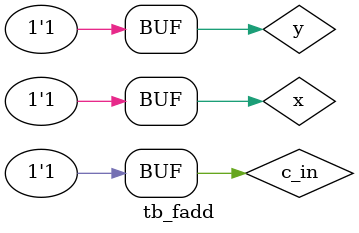
<source format=v>

`timescale 1ns/1ns

module tb_fadd();

reg x, y, c_in;
wire s_out, c_out;

fadd u0(s_out, c_out, x, y, c_in);

initial
begin
x=0; y=0; c_in=0;
#100; x=0; y=1; c_in=0;
#100; x=1; y=0; c_in=0;
#100; x=1; y=1; c_in=0;
#100; x=0; y=0; c_in=1;
#100; x=0; y=1; c_in=1;
#100; x=1; y=0; c_in=1;
#100; x=1; y=1; c_in=1;
end

endmodule

</source>
